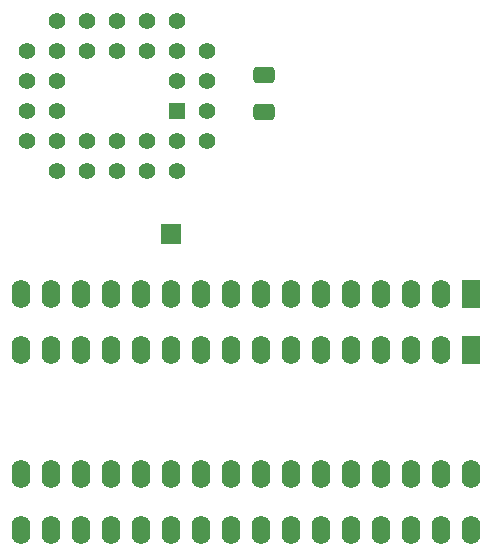
<source format=gbr>
%TF.GenerationSoftware,KiCad,Pcbnew,8.0.1-8.0.1-1~ubuntu22.04.1*%
%TF.CreationDate,2024-03-26T21:41:54+01:00*%
%TF.ProjectId,flash,666c6173-682e-46b6-9963-61645f706362,rev?*%
%TF.SameCoordinates,Original*%
%TF.FileFunction,Soldermask,Top*%
%TF.FilePolarity,Negative*%
%FSLAX46Y46*%
G04 Gerber Fmt 4.6, Leading zero omitted, Abs format (unit mm)*
G04 Created by KiCad (PCBNEW 8.0.1-8.0.1-1~ubuntu22.04.1) date 2024-03-26 21:41:54*
%MOMM*%
%LPD*%
G01*
G04 APERTURE LIST*
G04 Aperture macros list*
%AMRoundRect*
0 Rectangle with rounded corners*
0 $1 Rounding radius*
0 $2 $3 $4 $5 $6 $7 $8 $9 X,Y pos of 4 corners*
0 Add a 4 corners polygon primitive as box body*
4,1,4,$2,$3,$4,$5,$6,$7,$8,$9,$2,$3,0*
0 Add four circle primitives for the rounded corners*
1,1,$1+$1,$2,$3*
1,1,$1+$1,$4,$5*
1,1,$1+$1,$6,$7*
1,1,$1+$1,$8,$9*
0 Add four rect primitives between the rounded corners*
20,1,$1+$1,$2,$3,$4,$5,0*
20,1,$1+$1,$4,$5,$6,$7,0*
20,1,$1+$1,$6,$7,$8,$9,0*
20,1,$1+$1,$8,$9,$2,$3,0*%
G04 Aperture macros list end*
%ADD10R,1.422400X1.422400*%
%ADD11C,1.422400*%
%ADD12R,1.600000X2.400000*%
%ADD13O,1.600000X2.400000*%
%ADD14R,1.700000X1.700000*%
%ADD15RoundRect,0.250000X0.650000X-0.412500X0.650000X0.412500X-0.650000X0.412500X-0.650000X-0.412500X0*%
G04 APERTURE END LIST*
D10*
%TO.C,U2*%
X214426800Y-168656000D03*
D11*
X216966800Y-166116000D03*
X214426800Y-166116000D03*
X216966800Y-163576000D03*
X214426800Y-161036000D03*
X214426800Y-163576000D03*
X211886800Y-161036000D03*
X211886800Y-163576000D03*
X209346800Y-161036000D03*
X209346800Y-163576000D03*
X206806800Y-161036000D03*
X206806800Y-163576000D03*
X204266800Y-161036000D03*
X201726800Y-163576000D03*
X204266800Y-163576000D03*
X201726800Y-166116000D03*
X204266800Y-166116000D03*
X201726800Y-168656000D03*
X204266800Y-168656000D03*
X201726800Y-171196000D03*
X204266800Y-173736000D03*
X204266800Y-171196000D03*
X206806800Y-173736000D03*
X206806800Y-171196000D03*
X209346800Y-173736000D03*
X209346800Y-171196000D03*
X211886800Y-173736000D03*
X211886800Y-171196000D03*
X214426800Y-173736000D03*
X216966800Y-171196000D03*
X214426800Y-171196000D03*
X216966800Y-168656000D03*
%TD*%
D12*
%TO.C,U1*%
X239395000Y-184150000D03*
D13*
X236855000Y-184150000D03*
X234315000Y-184150000D03*
X231775000Y-184150000D03*
X229235000Y-184150000D03*
X226695000Y-184150000D03*
X224155000Y-184150000D03*
X221615000Y-184150000D03*
X219075000Y-184150000D03*
X216535000Y-184150000D03*
X213995000Y-184150000D03*
X211455000Y-184150000D03*
X208915000Y-184150000D03*
X206375000Y-184150000D03*
X203835000Y-184150000D03*
X201295000Y-184150000D03*
X201295000Y-199390000D03*
X203835000Y-199390000D03*
X206375000Y-199390000D03*
X208915000Y-199390000D03*
X211455000Y-199390000D03*
X213995000Y-199390000D03*
X216535000Y-199390000D03*
X219075000Y-199390000D03*
X221615000Y-199390000D03*
X224155000Y-199390000D03*
X226695000Y-199390000D03*
X229235000Y-199390000D03*
X231775000Y-199390000D03*
X234315000Y-199390000D03*
X236855000Y-199390000D03*
X239395000Y-199390000D03*
%TD*%
%TO.C,U3*%
X239369600Y-204090000D03*
X236829600Y-204090000D03*
X234289600Y-204090000D03*
X231749600Y-204090000D03*
X229209600Y-204090000D03*
X226669600Y-204090000D03*
X224129600Y-204090000D03*
X221589600Y-204090000D03*
X219049600Y-204090000D03*
X216509600Y-204090000D03*
X213969600Y-204090000D03*
X211429600Y-204090000D03*
X208889600Y-204090000D03*
X206349600Y-204090000D03*
X203809600Y-204090000D03*
X201269600Y-204090000D03*
X201269600Y-188850000D03*
X203809600Y-188850000D03*
X206349600Y-188850000D03*
X208889600Y-188850000D03*
X211429600Y-188850000D03*
X213969600Y-188850000D03*
X216509600Y-188850000D03*
X219049600Y-188850000D03*
X221589600Y-188850000D03*
X224129600Y-188850000D03*
X226669600Y-188850000D03*
X229209600Y-188850000D03*
X231749600Y-188850000D03*
X234289600Y-188850000D03*
X236829600Y-188850000D03*
D12*
X239369600Y-188850000D03*
%TD*%
D14*
%TO.C,CS_ROM*%
X213995000Y-179070000D03*
%TD*%
D15*
%TO.C,C2*%
X221843600Y-168706800D03*
X221843600Y-165581800D03*
%TD*%
M02*

</source>
